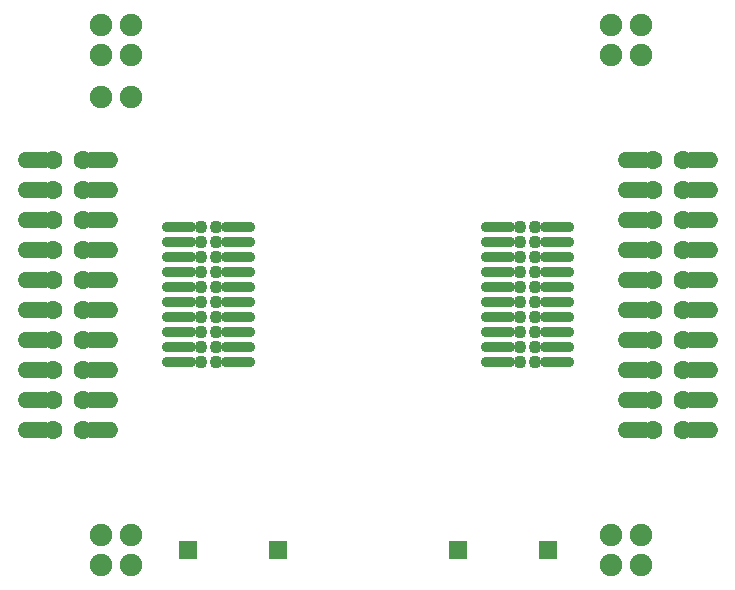
<source format=gts>
G04 Layer: TopSolderMaskLayer*
G04 EasyEDA v6.5.44, 2024-09-01 09:52:19*
G04 b4576de5f8ba4d03ab64208176f03f1d,a54f91b67bf74260adec70c9c35cfc8e,10*
G04 Gerber Generator version 0.2*
G04 Scale: 100 percent, Rotated: No, Reflected: No *
G04 Dimensions in millimeters *
G04 leading zeros omitted , absolute positions ,4 integer and 5 decimal *
%FSLAX45Y45*%
%MOMM*%

%AMMACRO1*4,1,8,-0.7211,-0.8008,-0.7508,-0.771,-0.7508,0.7711,-0.7211,0.8008,0.721,0.8008,0.7508,0.7711,0.7508,-0.771,0.721,-0.8008,-0.7211,-0.8008,0*%
%ADD10MACRO1*%
%ADD11C,1.1000*%
%ADD12O,2.9015944X1.3716000000000002*%
%ADD13O,2.9015944X0.9015984*%
%ADD14C,1.6016*%
%ADD15C,1.9032*%

%LPD*%
D10*
G01*
X-1522989Y-2158998D03*
G01*
X-763003Y-2158998D03*
G01*
X763005Y-2158998D03*
G01*
X1522991Y-2158998D03*
D11*
G01*
X1286510Y190500D03*
G01*
X1413510Y190500D03*
G01*
X1286510Y63500D03*
G01*
X1413510Y63500D03*
G01*
X1286510Y-63500D03*
G01*
X1413510Y-63500D03*
G01*
X1286510Y-190500D03*
G01*
X1413510Y-190500D03*
G01*
X1286510Y-317500D03*
G01*
X1413510Y-317500D03*
G01*
X1286510Y-444500D03*
G01*
X1413510Y-444500D03*
G01*
X1286510Y-571500D03*
G01*
X1413510Y-571500D03*
G01*
X1413510Y317500D03*
G01*
X1286510Y317500D03*
G01*
X1413510Y444500D03*
G01*
X1286510Y444500D03*
G01*
X1286510Y571500D03*
G01*
X1413510Y571500D03*
G01*
X-1413484Y190500D03*
G01*
X-1286484Y190500D03*
G01*
X-1413484Y63500D03*
G01*
X-1286484Y63500D03*
G01*
X-1413484Y-63500D03*
G01*
X-1286484Y-63500D03*
G01*
X-1413484Y-190500D03*
G01*
X-1286484Y-190500D03*
G01*
X-1413484Y-317500D03*
G01*
X-1286484Y-317500D03*
G01*
X-1413484Y-444500D03*
G01*
X-1286484Y-444500D03*
G01*
X-1413484Y-571500D03*
G01*
X-1286484Y-571500D03*
G01*
X-1286484Y317500D03*
G01*
X-1413484Y317500D03*
G01*
X-1286484Y444500D03*
G01*
X-1413484Y444500D03*
G01*
X-1413484Y571500D03*
G01*
X-1286484Y571500D03*
D12*
G01*
X-2820009Y1143000D03*
G01*
X-2260015Y1143000D03*
G01*
X-2820009Y889000D03*
G01*
X-2260015Y889000D03*
G01*
X-2820009Y635000D03*
G01*
X-2260015Y635000D03*
G01*
X-2820009Y381000D03*
G01*
X-2260015Y381000D03*
G01*
X-2820009Y127000D03*
G01*
X-2260015Y127000D03*
G01*
X-2820009Y-127000D03*
G01*
X-2260015Y-127000D03*
G01*
X-2820009Y-381000D03*
G01*
X-2260015Y-381000D03*
G01*
X-2820009Y-635000D03*
G01*
X-2260015Y-635000D03*
G01*
X-2820009Y-889000D03*
G01*
X-2260015Y-889000D03*
G01*
X-2820009Y-1143000D03*
G01*
X-2260015Y-1143000D03*
G01*
X2259990Y1143000D03*
G01*
X2819984Y1143000D03*
G01*
X2259990Y889000D03*
G01*
X2819984Y889000D03*
G01*
X2259990Y635000D03*
G01*
X2819984Y635000D03*
G01*
X2259990Y381000D03*
G01*
X2819984Y381000D03*
G01*
X2259990Y127000D03*
G01*
X2819984Y127000D03*
G01*
X2259990Y-127000D03*
G01*
X2819984Y-127000D03*
G01*
X2259990Y-381000D03*
G01*
X2819984Y-381000D03*
G01*
X2259990Y-635000D03*
G01*
X2819984Y-635000D03*
G01*
X2259990Y-889000D03*
G01*
X2819984Y-889000D03*
G01*
X2259990Y-1143000D03*
G01*
X2819984Y-1143000D03*
D13*
G01*
X-1099997Y63500D03*
G01*
X-1099997Y-571500D03*
G01*
X-1599996Y-571500D03*
G01*
X-1599996Y63500D03*
G01*
X-1099997Y-444500D03*
G01*
X-1099997Y190500D03*
G01*
X-1599996Y-444500D03*
G01*
X-1599996Y190500D03*
G01*
X-1099997Y-317500D03*
G01*
X-1099997Y317500D03*
G01*
X-1599996Y-317500D03*
G01*
X-1599996Y317500D03*
G01*
X-1099997Y-190500D03*
G01*
X-1099997Y444500D03*
G01*
X-1599996Y-190500D03*
G01*
X-1599996Y444500D03*
G01*
X-1099997Y-63500D03*
G01*
X-1099997Y571500D03*
G01*
X-1599996Y-63500D03*
G01*
X-1599996Y571500D03*
G01*
X1099997Y-63500D03*
G01*
X1099997Y571500D03*
G01*
X1599996Y-63500D03*
G01*
X1599996Y571500D03*
G01*
X1099997Y-190500D03*
G01*
X1099997Y444500D03*
G01*
X1599996Y-190500D03*
G01*
X1599996Y444500D03*
G01*
X1099997Y-317500D03*
G01*
X1099997Y317500D03*
G01*
X1599996Y-317500D03*
G01*
X1599996Y317500D03*
G01*
X1099997Y-444500D03*
G01*
X1099997Y190500D03*
G01*
X1599996Y-444500D03*
G01*
X1599996Y190500D03*
G01*
X1099997Y-571500D03*
G01*
X1099997Y63500D03*
G01*
X1599996Y63500D03*
G01*
X1599996Y-571500D03*
D14*
G01*
X-2667000Y1142974D03*
G01*
X-2413000Y1143000D03*
G01*
X-2413000Y889000D03*
G01*
X-2667000Y889000D03*
G01*
X-2667000Y635000D03*
G01*
X-2413000Y635000D03*
G01*
X-2667000Y381000D03*
G01*
X-2413000Y381000D03*
G01*
X-2413000Y127000D03*
G01*
X-2667000Y127000D03*
G01*
X-2667000Y-127000D03*
G01*
X-2413000Y-127000D03*
G01*
X-2413000Y-381000D03*
G01*
X-2667000Y-381000D03*
G01*
X-2667000Y-635000D03*
G01*
X-2667000Y-889000D03*
G01*
X-2667000Y-1143000D03*
G01*
X-2413000Y-1143000D03*
G01*
X-2413000Y-889000D03*
G01*
X-2413000Y-635000D03*
G01*
X2413000Y1143000D03*
G01*
X2667000Y1143000D03*
G01*
X2413000Y889000D03*
G01*
X2667000Y889000D03*
G01*
X2667000Y635000D03*
G01*
X2413000Y635000D03*
G01*
X2413000Y381000D03*
G01*
X2667000Y381000D03*
G01*
X2667000Y127000D03*
G01*
X2413000Y127000D03*
G01*
X2413000Y-127000D03*
G01*
X2667000Y-127000D03*
G01*
X2413000Y-381000D03*
G01*
X2667000Y-381000D03*
G01*
X2413000Y-635000D03*
G01*
X2667000Y-635000D03*
G01*
X2413000Y-889000D03*
G01*
X2667000Y-889000D03*
G01*
X2413000Y-1143000D03*
G01*
X2667000Y-1143000D03*
D15*
G01*
X-2260600Y2286000D03*
G01*
X-2006600Y2286000D03*
G01*
X-2260600Y2032000D03*
G01*
X-2006600Y2032000D03*
G01*
X-2260600Y-2286000D03*
G01*
X-2260600Y-2032000D03*
G01*
X-2006600Y-2032000D03*
G01*
X-2006600Y-2286000D03*
G01*
X2311400Y-2032000D03*
G01*
X2057400Y2286000D03*
G01*
X2311400Y2286000D03*
G01*
X2311400Y2032000D03*
G01*
X2057400Y2032000D03*
G01*
X2057400Y-2032000D03*
G01*
X2057400Y-2286000D03*
G01*
X-2260600Y1676400D03*
G01*
X-2006600Y1676400D03*
G01*
X2311400Y-2286000D03*
M02*

</source>
